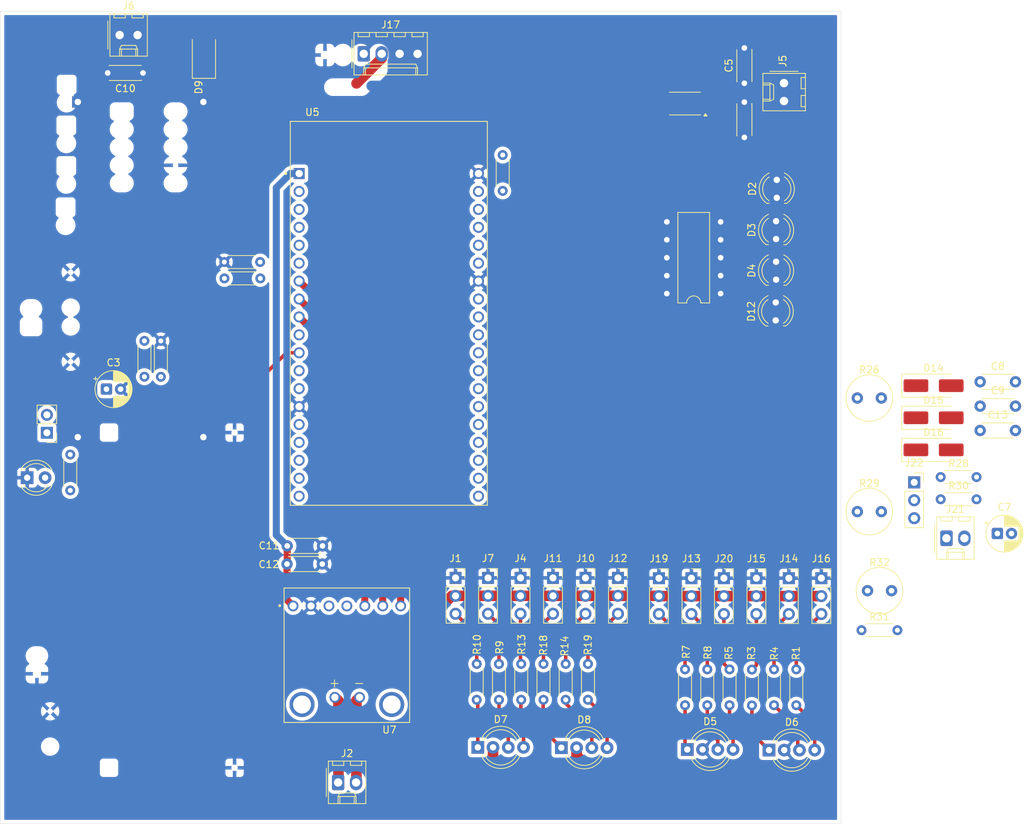
<source format=kicad_pcb>
(kicad_pcb (version 20241229) (generator "pcbnew") (generator_version "9.0")
  (layers (0 "F.Cu" signal) (2 "B.Cu" signal) (13 "F.Paste" user) (15 "B.Paste" user) (5 "F.SilkS" user "F.Silkscreen") (7 "B.SilkS" user "B.Silkscreen") (1 "F.Mask" user) (3 "B.Mask" user) (25 "Edge.Cuts" user))
  (net 0 "")
  (net 1 "GND")
  (net 2 "BAT+_RAW")
  (net 3 "+5v_11.1")
  (net 4 "+5V")
  (net 5 "BAT-")
  (net 6 "Net-(D9-K)")
  (net 7 "+3v3")
  (net 8 "Net-(D1-A)")
  (net 9 "Net-(D12-K)")
  (net 10 "Net-(D2-A)")
  (net 11 "Net-(D3-A)")
  (net 12 "Net-(D4-A)")
  (net 13 "Net-(D5-RK)")
  (net 14 "Net-(D5-BK)")
  (net 15 "Net-(D5-GK)")
  (net 16 "Net-(D6-GK)")
  (net 17 "Net-(D6-BK)")
  (net 18 "Net-(D6-RK)")
  (net 19 "Net-(D7-RK)")
  (net 20 "Net-(D7-GK)")
  (net 21 "Net-(D7-BK)")
  (net 22 "V+")
  (net 23 "Net-(D8-RK)")
  (net 24 "Net-(D8-BK)")
  (net 25 "Net-(D8-GK)")
  (net 26 "Net-(D9-A)")
  (net 27 "LDR_SX")
  (net 28 "Net-(D12-A)")
  (net 29 "PWM1")
  (net 30 "Net-(J2-Pin_1)")
  (net 31 "Net-(J2-Pin_2)")
  (net 32 "SCL")
  (net 33 "SDA")
  (net 34 "PWM2")
  (net 35 "PWM0")
  (net 36 "PWM3")
  (net 37 "PWM4")
  (net 38 "PWM5")
  (net 39 "PWM6")
  (net 40 "PWM9")
  (net 41 "PWM10")
  (net 42 "PWM11")
  (net 43 "CHARGING")
  (net 44 "BAT+")
  (net 45 "PWM7")
  (net 46 "PWM8")
  (net 47 "Net-(U1-G1)")
  (net 48 "BAT+_ON")
  (net 49 "Net-(U5-IO18)")
  (net 50 "/Read_Battery for cutoff")
  (net 59 "LDR_DX")
  (net 62 "Net-(D14-A)")
  (net 63 "DIN")
  (net 64 "LRC")
  (net 71 "BCLK")
  (net 75 "Net-(U5-IO34)")
  (net 82 "Net-(D15-A)")
  (net 83 "Net-(D16-A)")
  (net 84 "PWM12")
  (footprint "Connector_Molex:Molex_KK-254_AE-6410-02A_1x02_P2.54mm_Vertical" (layer "F.Cu") (at 185.1 202.13)
    (property "Reference" "J2")
    (property "Value" "STEREO")
  )
  (footprint "Connector_Molex:Molex_KK-254_AE-6410-02A_1x02_P2.54mm_Vertical" (layer "F.Cu") (at 248.24 103.03 -90)
    (property "Reference" "J5")
    (property "Value" "BATTERIA" (hide yes))
  )
  (footprint "LIB_Personale:HT3786D" (layer "F.Cu") (at 235.32 127.96 180)
    (property "Reference" "U3" (hide yes))
    (property "Value" "~" (hide yes))
  )
  (footprint "OptoDevice:R_LDR_D6.4mm_P3.4mm_Vertical" (layer "F.Cu") (at 258.630225 163.75)
    (property "Reference" "R29")
    (property "Value" "A1060")
  )
  (footprint "Connector_PinSocket_2.54mm:PinSocket_1x03_P2.54mm_Vertical" (layer "F.Cu") (at 201.73 173.14)
    (property "Reference" "J1")
    (property "Value" "CH1")
  )
  (footprint "Package_SO:TSSOP-8_4.4x3mm_P0.65mm" (layer "F.Cu") (at 234.22 105.925 180)
    (property "Reference" "U1" (hide yes))
    (property "Value" "FS8205A" (hide yes))
  )
  (footprint "Resistor_THT:R_Axial_DIN0204_L3.6mm_D1.6mm_P5.08mm_Horizontal" (layer "F.Cu") (at 208.41 113.22 -90)
    (property "Reference" "R16" (hide yes))
    (property "Value" "4.7K" (hide yes))
  )
  (footprint "Resistor_THT:R_Axial_DIN0204_L3.6mm_D1.6mm_P5.08mm_Horizontal" (layer "F.Cu") (at 246.83 186.1 -90)
    (property "Reference" "R4")
    (property "Value" "220" (hide yes))
  )
  (footprint "Connector_PinSocket_2.54mm:PinSocket_1x03_P2.54mm_Vertical" (layer "F.Cu") (at 239.73 173.18)
    (property "Reference" "J20")
    (property "Value" "CH8")
  )
  (footprint "Connector_Molex:Molex_KK-254_AE-6410-02A_1x02_P2.54mm_Vertical" (layer "F.Cu") (at 271.250225 167.52)
    (property "Reference" "J21")
    (property "Value" "PANNELLO")
  )
  (footprint "LED_THT:LED_D4.0mm" (layer "F.Cu") (at 141.07 158.94)
    (property "Reference" "D1" (hide yes))
    (property "Value" "LED" (hide yes))
  )
  (footprint "Resistor_THT:R_Axial_DIN0204_L3.6mm_D1.6mm_P5.08mm_Horizontal" (layer "F.Cu") (at 157.67 144.63 90)
    (property "Reference" "R12" (hide yes))
    (property "Value" "100k" (hide yes))
  )
  (footprint "Connector_PinSocket_2.54mm:PinSocket_1x03_P2.54mm_Vertical" (layer "F.Cu") (at 266.680225 159.6)
    (property "Reference" "J22")
    (property "Value" "CH12")
  )
  (footprint "LED_THT:LED_D4.0mm" (layer "F.Cu") (at 247.07 136.65 90)
    (property "Reference" "D12")
    (property "Value" "LED")
  )
  (footprint "Capacitor_THT:CP_Radial_D5.0mm_P2.00mm" (layer "F.Cu") (at 278.46 166.85)
    (property "Reference" "C7")
    (property "Value" "470uF")
  )
  (footprint "Connector_PinSocket_2.54mm:PinSocket_1x03_P2.54mm_Vertical" (layer "F.Cu") (at 235.13 173.18)
    (property "Reference" "J13")
    (property "Value" "CH6")
  )
  (footprint "LIB_Personale:LM2896" (layer "F.Cu") (at 157.98 129.897 -90)
    (property "Reference" "U2" (hide yes))
    (property "Value" "LM2596" (hide yes))
  )
  (footprint "Resistor_THT:R_Axial_DIN0204_L3.6mm_D1.6mm_P5.08mm_Horizontal" (layer "F.Cu") (at 174.08 130.7 180)
    (property "Reference" "R22" (hide yes))
    (property "Value" "100k" (hide yes))
  )
  (footprint "Connector_Molex:Molex_KK-254_AE-6410-04A_1x04_P2.54mm_Vertical" (layer "F.Cu") (at 188.73 98.88)
    (property "Reference" "J17")
    (property "Value" "USBC")
  )
  (footprint "Resistor_THT:R_Axial_DIN0204_L3.6mm_D1.6mm_P5.08mm_Horizontal" (layer "F.Cu") (at 211.03 190.41 90)
    (property "Reference" "R13")
    (property "Value" "220")
  )
  (footprint "Diode_SMD:D_SMA" (layer "F.Cu") (at 166.1 98.84 90)
    (property "Reference" "D9")
    (property "Value" "SS34")
  )
  (footprint "Resistor_THT:R_Axial_DIN0204_L3.6mm_D1.6mm_P5.08mm_Horizontal" (layer "F.Cu") (at 207.88 190.41 90)
    (property "Reference" "R9")
    (property "Value" "220")
  )
  (footprint "Capacitor_THT:C_Disc_D4.3mm_W1.9mm_P5.00mm" (layer "F.Cu") (at 177.8625 171.175)
    (property "Reference" "C12")
    (property "Value" "10uF")
  )
  (footprint "Capacitor_THT:C_Disc_D4.3mm_W1.9mm_P5.00mm" (layer "F.Cu") (at 276.020225 152.25)
    (property "Reference" "C13")
    (property "Value" "100nF")
  )
  (footprint "Resistor_THT:R_Axial_DIN0204_L3.6mm_D1.6mm_P5.08mm_Horizontal" (layer "F.Cu") (at 237.38 186.1 -90)
    (property "Reference" "R8")
    (property "Value" "220")
  )
  (footprint "Resistor_THT:R_Axial_DIN0204_L3.6mm_D1.6mm_P5.08mm_Horizontal" (layer "F.Cu") (at 259.22 180.55)
    (property "Reference" "R31")
    (property "Value" "10k")
  )
  (footprint "Connector_PinSocket_2.54mm:PinSocket_1x03_P2.54mm_Vertical" (layer "F.Cu") (at 210.93 173.14)
    (property "Reference" "J4")
    (property "Value" "CH2")
  )
  (footprint "Resistor_THT:R_Axial_DIN0204_L3.6mm_D1.6mm_P5.08mm_Horizontal" (layer "F.Cu") (at 214.18 190.41 90)
    (property "Reference" "R18")
    (property "Value" "220")
  )
  (footprint "Connector_PinSocket_2.54mm:PinSocket_1x03_P2.54mm_Vertical" (layer "F.Cu") (at 215.53 173.14)
    (property "Reference" "J11")
    (property "Value" "CH4")
  )
  (footprint "Connector_PinSocket_2.54mm:PinSocket_1x03_P2.54mm_Vertical" (layer "F.Cu") (at 248.93 173.18)
    (property "Reference" "J14")
    (property "Value" "CH9")
  )
  (footprint "Resistor_THT:R_Axial_DIN0204_L3.6mm_D1.6mm_P5.08mm_Horizontal" (layer "F.Cu") (at 147.17 160.74 90)
    (property "Reference" "R15" (hide yes))
    (property "Value" "470" (hide yes))
  )
  (footprint "LED_THT:LED_D5.0mm-4_RGB_Wide_Pins" (layer "F.Cu") (at 204.88 197.15)
    (property "Reference" "D7")
    (property "Value" "Sx_EYE")
  )
  (footprint "Resistor_THT:R_Axial_DIN0204_L3.6mm_D1.6mm_P5.08mm_Horizontal" (layer "F.Cu") (at 249.98 186.1 -90)
    (property "Reference" "R1")
    (property "Value" "220")
  )
  (footprint "LED_THT:LED_D5.0mm-4_RGB_Wide_Pins" (layer "F.Cu") (at 234.55 197.45)
    (property "Reference" "D5")
    (property "Value" "LED_AGRB")
  )
  (footprint "Diode_SMD:D_SMA_Handsoldering" (layer "F.Cu") (at 269.425225 145.9)
    (property "Reference" "D14")
    (property "Value" "SS34")
  )
  (footprint "LIB_Personale:MAX98357A" (layer "F.Cu") (at 186.34 184.095 180)
    (property "Reference" "U7")
    (property "Value" "MAX98357A")
  )
  (footprint "Connector_Molex:Molex_KK-254_AE-6410-02A_1x02_P2.54mm_Vertical" (layer "F.Cu") (at 154.16 96.22)
    (property "Reference" "J6")
    (property "Value" "SWITCH Batteria 11.1v" (hide yes))
  )
  (footprint "Diode_SMD:D_SMA_Handsoldering" (layer "F.Cu") (at 269.425225 150.45)
    (property "Reference" "D15")
    (property "Value" "SS34")
  )
  (footprint "LED_THT:LED_D5.0mm-4_RGB_Wide_Pins" (layer "F.Cu") (at 216.71 197.2)
    (property "Reference" "D8")
    (property "Value" "Dx_EYE")
  )
  (footprint "Capacitor_THT:C_Disc_D4.3mm_W1.9mm_P5.00mm" (layer "F.Cu") (at 276.020225 145.35)
    (property "Reference" "C8")
    (property "Value" "100nF")
  )
  (footprint "Connector_PinSocket_2.54mm:PinSocket_1x03_P2.54mm_Vertical" (layer "F.Cu") (at 253.53 173.18)
    (property "Reference" "J16")
    (property "Value" "CH11")
  )
  (footprint "Resistor_THT:R_Axial_DIN0204_L3.6mm_D1.6mm_P5.08mm_Horizontal" (layer "F.Cu") (at 270.430225 158.85)
    (property "Reference" "R28")
    (property "Value" "10k")
  )
  (footprint "LED_THT:LED_D4.0mm" (layer "F.Cu") (at 247.22 119.28 90)
    (property "Reference" "D2")
    (property "Value" "LED")
  )
  (footprint "Resistor_THT:R_Axial_DIN0204_L3.6mm_D1.6mm_P5.08mm_Horizontal" (layer "F.Cu") (at 234.23 186.1 -90)
    (property "Reference" "R7")
    (property "Value" "220")
  )
  (footprint "Resistor_THT:R_Axial_DIN0204_L3.6mm_D1.6mm_P5.08mm_Horizontal" (layer "F.Cu") (at 240.53 186.1 -90)
    (property "Reference" "R5")
    (property "Value" "220")
  )
  (footprint "Diode_SMD:D_SMA_Handsoldering" (layer "F.Cu") (at 269.425225 155)
    (property "Reference" "D16")
    (property "Value" "SS34")
  )
  (footprint "Connector_PinSocket_2.54mm:PinSocket_1x03_P2.54mm_Vertical" (layer "F.Cu") (at 206.33 173.14)
    (property "Reference" "J7")
    (property "Value" "CH0")
  )
  (footprint "Capacitor_THT:C_Disc_D4.3mm_W1.9mm_P5.00mm" (layer "F.Cu") (at 157.47 101.59 180)
    (property "Reference" "C10")
    (property "Value" "10uF")
  )
  (footprint "LED_THT:LED_D4.0mm" (layer "F.Cu") (at 247.12 125.13 90)
    (property "Reference" "D3")
    (property "Value" "LED")
  )
  (footprint "Capacitor_THT:C_Disc_D4.3mm_W1.9mm_P5.00mm" (layer "F.Cu") (at 242.63 103.05 90)
    (property "Reference" "C5")
    (property "Value" "100nF" (hide yes))
  )
  (footprint "LED_THT:LED_D5.0mm-4_RGB_Wide_Pins" (layer "F.Cu") (at 246.115 197.54)
    (property "Reference" "D6")
    (property "Value" "LED_AGRB")
  )
  (footprint "Resistor_THT:R_Axial_DIN0204_L3.6mm_D1.6mm_P5.08mm_Horizontal" (layer "F.Cu") (at 168.98 128.38)
    (property "Reference" "R21" (hide yes))
    (property "Value" "100k" (hide yes))
  )
  (footprint "Connector_PinSocket_2.54mm:PinSocket_1x03_P2.54mm_Vertical" (layer "F.Cu") (at 220.13 173.14)
    (property "Reference" "J10")
    (property "Value" "CH3")
  )
  (footprint "Resistor_THT:R_Axial_DIN0204_L3.6mm_D1.6mm_P5.08mm_Horizontal" (layer "F.Cu") (at 220.48 190.41 90)
    (property "Reference" "R19")
    (property "Value" "220")
  )
  (footprint "OptoDevice:R_LDR_D6.4mm_P3.4mm_Vertical" (layer "F.Cu") (at 260.07 174.95)
    (property "Reference" "R32")
    (property "Value" "A1060")
  )
  (footprint "Connector_PinSocket_2.54mm:PinSocket_1x03_P2.54mm_Vertical" (layer "F.Cu") (at 224.73 173.14)
    (property "Reference" "J12")
    (property "Value" "CH5")
  )
  (footprint "Capacitor_THT:C_Disc_D4.3mm_W1.9mm_P5.00mm" (layer "F.Cu") (at 177.8925 168.605)
    (property "Reference" "C11")
    (property "Value" "100nF")
  )
  (footprint "Resistor_THT:R_Axial_DIN0204_L3.6mm_D1.6mm_P5.08mm_Horizontal" (layer "F.Cu") (at 204.73 190.41 90)
    (property "Reference" "R10")
    (property "Value" "220")
  )
  (footprint "Resistor_THT:R_Axial_DIN0204_L3.6mm_D1.6mm_P5.08mm_Horizontal" (layer "F.Cu") (at 270.430225 162)
    (property "Reference" "R30")
    (property "Value" "10k")
  )
  (footprint "Connector_PinSocket_2.54mm:PinSocket_1x03_P2.54mm_Vertical" (layer "F.Cu") (at 244.33 173.18)
    (property "Reference" "J15")
    (property "Value" "CH10")
  )
  (footprint "Resistor_THT:R_Axial_DIN0204_L3.6mm_D1.6mm_P5.08mm_Horizontal" (layer "F.Cu") (at 217.33 190.41 90)
    (property "Reference" "R14")
    (property "Value" "220")
  )
  (footprint "LIB_Personale:MODULE_ESP32-DEVKITC-32D" (layer "F.Cu") (at 192.28 135.6)
    (property "Reference" "U5")
    (property "Value" "ESP32-DEVKITC-32D")
  )
  (footprint "Capacitor_THT:CP_Radial_D5.0mm_P2.00mm" (layer "F.Cu") (at 152.294888 146.39)
    (property "Reference" "C3")
    (property "Value" "220uF" (hide yes))
  )
  (footprint "Resistor_THT:R_Axial_DIN0204_L3.6mm_D1.6mm_P5.08mm_Horizontal" (layer "F.Cu") (at 160 139.56 -90)
    (property "Reference" "R20" (hide yes))
    (property "Value" "470k" (hide yes))
  )
  (footprint "Capacitor_THT:C_Disc_D4.3mm_W1.9mm_P5.00mm" (layer "F.Cu") (at 242.63 105.72 -90)
    (property "Reference" "C1" (hide yes))
    (property "Value" "100nF" (hide yes))
  )
  (footprint "Connector_PinHeader_2.54mm:PinHeader_1x02_P2.54mm_Vertical" (layer "F.Cu") (at 143.86 152.57 180)
    (property "Reference" "J18" (hide yes))
    (property "Value" "SWITCH" (hide yes))
  )
  (footprint "Resistor_THT:R_Axial_DIN0204_L3.6mm_D1.6mm_P5.08mm_Horizontal" (layer "F.Cu") (at 243.7 186.13 -90)
    (property "Reference" "R3")
    (property "Value" "220")
  )
  (footprint "Capacitor_THT:C_Disc_D4.3mm_W1.9mm_P5.00mm" (layer "F.Cu") (at 276.020225 148.8)
    (property "Reference" "C9")
    (property "Value" "100nF")
  )
  (footprint "OptoDevice:R_LDR_D6.4mm_P3.4mm_Vertical" (layer "F.Cu") (at 258.630225 147.65)
    (property "Reference" "R26")
    (property "Value" "A1060")
  )
  (footprint "LED_THT:LED_D4.0mm" (layer "F.Cu") (at 247.12 130.88 90)
    (property "Reference" "D4")
    (property "Value" "LED")
  )
  (footprint "Connector_PinSocket_2.54mm:PinSocket_1x03_P2.54mm_Vertical" (layer "F.Cu") (at 230.53 173.18)
    (property "Reference" "J19")
    (property "Value" "CH7")
  )
  (gr_rect (start 137.27 92.86) (end 256.31 207.98) (stroke (width 0.05)) (fill no) (layer "Edge.Cuts"))
  (segment (start 191.27 99.510398) (end 187.710398 103.07) (width 1.5) (layer "F.Cu") (net 5))
  (segment (start 191.27 98.88) (end 191.27 99.510398) (width 1.5) (layer "F.Cu") (net 5))
  (segment (start 177.8925 168.605) (end 177.8925 171.145) (width 1) (layer "F.Cu") (net 7))
  (segment (start 177.8625 171.175) (end 177.8625 176.2525) (width 1) (layer "F.Cu") (net 7))
  (segment (start 177.8625 176.2525) (end 178.72 177.11) (width 1) (layer "F.Cu") (net 7))
  (segment (start 177.8925 171.145) (end 177.8625 171.175) (width 1) (layer "F.Cu") (net 7))
  (segment (start 178.36 115.8) (end 178.4 115.84) (width 1) (layer "B.Cu") (net 7))
  (segment (start 176.35 117.85) (end 178.36 115.84) (width 1) (layer "B.Cu") (net 7))
  (segment (start 176.35 167.0625) (end 176.35 117.85) (width 1) (layer "B.Cu") (net 7))
  (segment (start 178.4 115.84) (end 179.58 115.84) (width 1) (layer "B.Cu") (net 7))
  (segment (start 177.8925 168.605) (end 176.35 167.0625) (width 1) (layer "B.Cu") (net 7))
  (segment (start 248.68 119.28) (end 247.22 119.28) (width 0.5) (layer "F.Cu") (net 9))
  (segment (start 249.83 116.13) (end 249.83 118.13) (width 0.5) (layer "F.Cu") (net 9))
  (segment (start 248.76 130.88) (end 247.12 130.88) (width 0.5) (layer "F.Cu") (net 9))
  (segment (start 248.72 130.88) (end 249.89 129.71) (width 0.5) (layer "F.Cu") (net 9))
  (segment (start 249.89 129.71) (end 249.89 126.58) (width 0.5) (layer "F.Cu") (net 9))
  (segment (start 248.26 136.65) (end 249.77 135.14) (width 0.5) (layer "F.Cu") (net 9))
  (segment (start 249.64 123.92) (end 249.64 120.68) (width 0.5) (layer "F.Cu") (net 9))
  (segment (start 248.19 114.49) (end 249.83 116.13) (width 0.5) (layer "F.Cu") (net 9))
  (segment (start 249.83 118.13) (end 248.68 119.28) (width 0.5) (layer "F.Cu") (net 9))
  (segment (start 248.24 119.28) (end 247.22 119.28) (width 0.5) (layer "F.Cu") (net 9))
  (segment (start 249.89 126.58) (end 248.44 125.13) (width 0.5) (layer "F.Cu") (net 9))
  (segment (start 249.77 135.14) (end 249.77 131.89) (width 0.5) (layer "F.Cu") (net 9))
  (segment (start 248.44 125.13) (end 247.12 125.13) (width 0.5) (layer "F.Cu") (net 9))
  (segment (start 247.07 136.65) (end 248.26 136.65) (width 0.5) (layer "F.Cu") (net 9))
  (segment (start 249.77 131.89) (end 248.76 130.88) (width 0.5) (layer "F.Cu") (net 9))
  (segment (start 248.43 125.13) (end 249.64 123.92) (width 0.5) (layer "F.Cu") (net 9))
  (segment (start 239.85 114.49) (end 248.19 114.49) (width 0.5) (layer "F.Cu") (net 9))
  (segment (start 249.64 120.68) (end 248.24 119.28) (width 0.5) (layer "F.Cu") (net 9))
  (segment (start 247.12 125.13) (end 248.43 125.13) (width 0.5) (layer "F.Cu") (net 9))
  (segment (start 247.12 130.88) (end 248.72 130.88) (width 0.5) (layer "F.Cu") (net 9))
  (segment (start 245.22 116.74) (end 239.27 122.69) (width 0.5) (layer "F.Cu") (net 10))
  (segment (start 247.22 116.74) (end 245.22 116.74) (width 0.5) (layer "F.Cu") (net 10))
  (segment (start 247.12 122.59) (end 243.59 122.59) (width 0.5) (layer "F.Cu") (net 11))
  (segment (start 240.95 125.23) (end 239.27 125.23) (width 0.5) (layer "F.Cu") (net 11))
  (segment (start 243.59 122.59) (end 240.95 125.23) (width 0.5) (layer "F.Cu") (net 11))
  (segment (start 239.84 128.34) (end 239.27 127.77) (width 0.5) (layer "F.Cu") (net 12))
  (segment (start 247.12 128.34) (end 239.84 128.34) (width 0.5) (layer "F.Cu") (net 12))
  (segment (start 237.38 194.65) (end 238.868 196.138) (width 0.5) (layer "F.Cu") (net 13))
  (segment (start 237.38 191.18) (end 237.09 191.47) (width 0.5) (layer "F.Cu") (net 13))
  (segment (start 237.38 191.18) (end 237.38 194.65) (width 0.5) (layer "F.Cu") (net 13))
  (segment (start 238.868 196.138) (end 238.868 197.45) (width 0.5) (layer "F.Cu") (net 13))
  (segment (start 240.53 191.18) (end 240.53 195.28) (width 0.5) (layer "F.Cu") (net 14))
  (segment (start 241.027 195.777) (end 241.027 197.45) (width 0.5) (layer "F.Cu") (net 14))
  (segment (start 240.53 195.28) (end 241.027 195.777) (width 0.5) (layer "F.Cu") (net 14))
  (segment (start 234.23 197.13) (end 234.55 197.45) (width 0.5) (layer "F.Cu") (net 15))
  (segment (start 234.23 191.18) (end 234.23 197.13) (width 0.5) (layer "F.Cu") (net 15))
  (segment (start 243.7 191.21) (end 243.7 195.125) (width 0.5) (layer "F.Cu") (net 16))
  (segment (start 243.7 195.125) (end 246.115 197.54) (width 0.5) (layer "F.Cu") (net 16))
  (segment (start 252.592 193.792) (end 252.592 197.54) (width 0.5) (layer "F.Cu") (net 17))
  (segment (start 249.98 191.18) (end 252.592 193.792) (width 0.5) (layer "F.Cu") (net 17))
  (segment (start 250.19 197.297) (end 250.433 197.54) (width 0.5) (layer "F.Cu") (net 18))
  (segment (start 249.98 197.485) (end 249.925 197.54) (width 0.5) (layer "F.Cu") (net 18))
  (segment (start 250.19 194.54) (end 250.19 197.297) (width 0.5) (layer "F.Cu") (net 18))
  (segment (start 246.83 191.18) (end 250.19 194.54) (width 0.5) (layer "F.Cu") (net 18))
  (segment (start 207.88 194.36) (end 209.198 195.678) (width 0.5) (layer "F.Cu") (net 19))
  (segment (start 209.198 195.678) (end 209.198 197.15) (width 0.5) (layer "F.Cu") (net 19))
  (segment (start 207.66 190.63) (end 207.88 190.41) (width 0.5) (layer "F.Cu") (net 19))
  (segment (start 207.88 190.41) (end 207.88 194.36) (width 0.5) (layer "F.Cu") (net 19))
  (segment (start 204.88 190.56) (end 204.73 190.41) (width 0.5) (layer "F.Cu") (net 20))
  (segment (start 204.88 197.15) (end 204.88 190.56) (width 0.5) (layer "F.Cu") (net 20))
  (segment (start 210.98 190.46) (end 211.03 190.41) (width 0.5) (layer "F.Cu") (net 21))
  (segment (start 211.357 197.15) (end 211.357 195.237) (width 0.5) (layer "F.Cu") (net 21))
  (segment (start 210.98 194.86) (end 210.98 190.46) (width 0.5) (layer "F.Cu") (net 21))
  (segment (start 211.357 195.237) (end 210.98 194.86) (width 0.5) (layer "F.Cu") (net 21))
  (segment (start 201.73 175.68) (end 201.22 175.68) (width 1.5) (layer "F.Cu") (net 22))
  (segment (start 198.59 178.31) (end 198.59 195.65) (width 1.5) (layer "F.Cu") (net 22))
  (segment (start 224.73 175.68) (end 220.13 175.68) (width 1.5) (layer "F.Cu") (net 22))
  (segment (start 227.67 176.71) (end 227.67 197.47) (width 1.5) (layer "F.Cu") (net 22))
  (segment (start 253.53 175.72) (end 248.93 175.72) (width 1.5) (layer "F.Cu") (net 22))
  (segment (start 198.59 195.65) (end 202.5 199.56) (width 1.5) (layer "F.Cu") (net 22))
  (segment (start 206.33 175.68) (end 201.73 175.68) (width 1.5) (layer "F.Cu") (net 22))
  (segment (start 207.039 198.831) (end 207.039 197.15) (width 1.5) (layer "F.Cu") (net 22))
  (segment (start 244.33 175.72) (end 239.73 175.72) (width 1.5) (layer "F.Cu") (net 22))
  (segment (start 248.93 175.72) (end 244.33 175.72) (width 1.5) (layer "F.Cu") (net 22))
  (segment (start 228.7 175.68) (end 230.49 175.68) (width 1.5) (layer "F.Cu") (net 22))
  (segment (start 220.13 175.68) (end 215.53 175.68) (width 1.5) (layer "F.Cu") (net 22))
  (segment (start 227.67 176.71) (end 228.7 175.68) (width 1.5) (layer "F.Cu") (net 22))
  (segment (start 218.869 198.319) (end 218.869 197.2) (width 1.5) (layer "F.Cu") (net 22))
  (segment (start 224.73 175.68) (end 226.64 175.68) (width 1.5) (layer "F.Cu") (net 22))
  (segment (start 201.22 175.68) (end 198.59 178.31) (width 1.5) (layer "F.Cu") (net 22))
  (segment (start 215.53 175.68) (end 210.93 175.68) (width 1.5) (layer "F.Cu") (net 22))
  (segment (start 210.93 175.68) (end 206.33 175.68) (width 1.5) (layer "F.Cu") (net 22))
  (segment (start 202.5 199.56) (end 206.31 199.56) (width 1.5) (layer "F.Cu") (net 22))
  (segment (start 239.73 175.72) (end 235.13 175.72) (width 1.5) (layer "F.Cu") (net 22))
  (segment (start 235.13 175.72) (end 230.53 175.72) (width 1.5) (layer "F.Cu") (net 22))
  (segment (start 206.31 199.56) (end 207.039 198.831) (width 1.5) (layer "F.Cu") (net 22))
  (segment (start 225.58 199.56) (end 220.11 199.56) (width 1.5) (layer "F.Cu") (net 22))
  (segment (start 227.67 197.47) (end 225.58 199.56) (width 1.5) (layer "F.Cu") (net 22))
  (segment (start 230.49 175.68) (end 230.53 175.72) (width 1.5) (layer "F.Cu") (net 22))
  (segment (start 226.64 175.68) (end 227.67 176.71) (width 1.5) (layer "F.Cu") (net 22))
  (segment (start 220.11 199.56) (end 218.869 198.319) (width 1.5) (layer "F.Cu") (net 22))
  (segment (start 217.33 190.41) (end 217.33 190.92) (width 0.5) (layer "F.Cu") (net 23))
  (segment (start 221.028 194.618) (end 221.028 197.2) (width 0.5) (layer "F.Cu") (net 23))
  (segment (start 217.33 190.92) (end 221.028 194.618) (width 0.5) (layer "F.Cu") (net 23))
  (segment (start 223.187 193.117) (end 223.187 197.2) (width 0.5) (layer "F.Cu") (net 24))
  (segment (start 220.48 190.41) (end 223.187 193.117) (width 0.5) (layer "F.Cu") (net 24))
  (segment (start 214.14 194.63) (end 214.14 190.45) (width 0.5) (layer "F.Cu") (net 25))
  (segment (start 216.71 197.2) (end 214.14 194.63) (width 0.5) (layer "F.Cu") (net 25))
  (segment (start 214.14 190.45) (end 214.18 190.41) (width 0.5) (layer "F.Cu") (net 25))
  (segment (start 240.53 134.11) (end 239.27 132.85) (width 0.5) (layer "F.Cu") (net 28))
  (segment (start 239.27 130.31) (end 239.27 132.85) (width 0.5) (layer "F.Cu") (net 28))
  (segment (start 247.07 134.11) (end 240.53 134.11) (width 0.5) (layer "F.Cu") (net 28))
  (segment (start 204.73 181.22) (end 204.73 185.33) (width 0.5) (layer "F.Cu") (net 29))
  (segment (start 201.73 178.22) (end 204.73 181.22) (width 0.5) (layer "F.Cu") (net 29))
  (segment (start 185.15 190.574) (end 185.15 202.0425) (width 1.5) (layer "F.Cu") (net 30))
  (segment (start 184.64 190.064) (end 185.15 190.574) (width 1.5) (layer "F.Cu") (net 30))
  (segment (start 188.14 190.064) (end 188.11 190.094) (width 1) (layer "F.Cu") (net 31))
  (segment (start 188.11 190.094) (end 187.69 190.514) (width 1.5) (layer "F.Cu") (net 31))
  (segment (start 187.69 190.514) (end 187.69 202.0425) (width 1.5) (layer "F.Cu") (net 31))
  (segment (start 210.93 178.22) (end 210.93 185.23) (width 0.5) (layer "F.Cu") (net 34))
  (segment (start 210.93 185.23) (end 211.03 185.33) (width 0.5) (layer "F.Cu") (net 34))
  (segment (start 206.33 178.22) (end 207.88 179.77) (width 0.5) (layer "F.Cu") (net 35))
  (segment (start 207.88 179.77) (end 207.88 185.33) (width 0.5) (layer "F.Cu") (net 35))
  (segment (start 217.33 181.02) (end 217.33 185.33) (width 0.5) (layer "F.Cu") (net 36))
  (segment (start 220.13 178.22) (end 217.33 181.02) (width 0.5) (layer "F.Cu") (net 36))
  (segment (start 214.18 179.57) (end 214.18 185.33) (width 0.5) (layer "F.Cu") (net 37))
  (segment (start 215.53 178.22) (end 214.18 179.57) (width 0.5) (layer "F.Cu") (net 37))
  (segment (start 220.48 182.47) (end 220.48 185.33) (width 0.5) (layer "F.Cu") (net 38))
  (segment (start 224.73 178.22) (end 220.48 182.47) (width 0.5) (layer "F.Cu") (net 38))
  (segment (start 237.38 180.51) (end 237.38 186.1) (width 0.5) (layer "F.Cu") (net 39))
  (segment (start 235.13 178.26) (end 237.38 180.51) (width 0.5) (layer "F.Cu") (net 39))
  (segment (start 248.93 178.26) (end 246.83 180.36) (width 0.5) (layer "F.Cu") (net 40))
  (segment (start 246.83 180.36) (end 246.83 186.1) (width 0.5) (layer "F.Cu") (net 40))
  (segment (start 244.33 178.26) (end 244.33 185.5) (width 0.5) (layer "F.Cu") (net 41))
  (segment (start 244.33 185.5) (end 243.7 186.13) (width 0.5) (layer "F.Cu") (net 41))
  (segment (start 249.98 181.81) (end 249.98 186.1) (width 0.5) (layer "F.Cu") (net 42))
  (segment (start 253.53 178.26) (end 249.98 181.81) (width 0.5) (layer "F.Cu") (net 42))
  (segment (start 193.81 98.88) (end 193.81 100.71) (width 1.5) (layer "F.Cu") (net 44))
  (segment (start 234.23 181.96) (end 234.23 186.1) (width 0.5) (layer "F.Cu") (net 45))
  (segment (start 230.53 178.26) (end 234.23 181.96) (width 0.5) (layer "F.Cu") (net 45))
  (segment (start 239.73 178.26) (end 239.73 185.3) (width 0.5) (layer "F.Cu") (net 46))
  (segment (start 239.73 185.3) (end 240.53 186.1) (width 0.5) (layer "F.Cu") (net 46))
  (segment (start 177.77 141.24) (end 179.58 141.24) (width 0.5) (layer "F.Cu") (net 48))
  (segment (start 174.37 144.64) (end 177.77 141.24) (width 0.5) (layer "F.Cu") (net 48))
  (segment (start 188.88 177.11) (end 188.88 145.46) (width 1) (layer "F.Cu") (net 63))
  (segment (start 188.88 145.46) (end 179.58 136.16) (width 1) (layer "F.Cu") (net 63))
  (segment (start 193.96 145.46) (end 193.96 177.11) (width 1) (layer "F.Cu") (net 64))
  (segment (start 179.58 131.08) (end 193.96 145.46) (width 1) (layer "F.Cu") (net 64))
  (segment (start 179.58 133.62) (end 191.42 145.46) (width 1) (layer "F.Cu") (net 71))
  (segment (start 191.42 145.46) (end 191.42 177.11) (width 1) (layer "F.Cu") (net 71))
  (segment (start 193.87 103.43) (end 196.35 100.95) (width 1.5) (layer "B.Cu") (net 82))
  (segment (start 196.35 100.95) (end 196.35 98.88) (width 1.5) (layer "B.Cu") (net 82))
  (segment (start 189.855 103.43) (end 193.87 103.43) (width 1.5) (layer "B.Cu") (net 82))
  (zone (net 1) (net_name "GND") (layer "B.Cu") (connect_pads (clearance 0.5)) (min_thickness 0.25) (fill yes (thermal_gap 0.5) (thermal_bridge_width 0.5))
    (polygon (pts (xy 137.525062 93) (xy 137.559645 207.712033) (xy 255.84 207.745902) (xy 255.84 93)))
  )
)
</source>
